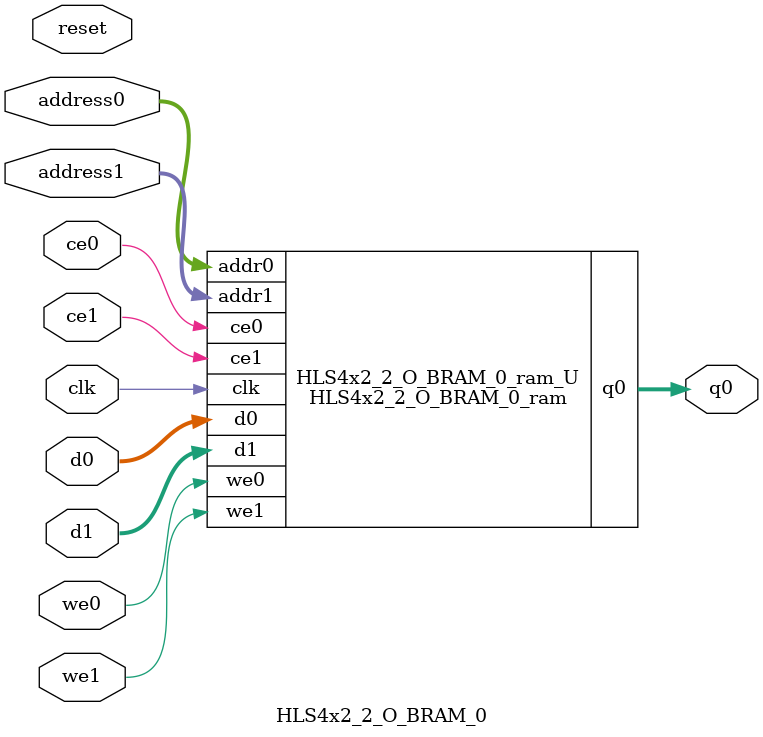
<source format=v>

`timescale 1 ns / 1 ps
module HLS4x2_2_O_BRAM_0_ram (addr0, ce0, d0, we0, q0, addr1, ce1, d1, we1,  clk);

parameter DWIDTH = 16;
parameter AWIDTH = 10;
parameter MEM_SIZE = 729;

input[AWIDTH-1:0] addr0;
input ce0;
input[DWIDTH-1:0] d0;
input we0;
output reg[DWIDTH-1:0] q0;
input[AWIDTH-1:0] addr1;
input ce1;
input[DWIDTH-1:0] d1;
input we1;
input clk;

(* ram_style = "block" *)reg [DWIDTH-1:0] ram[0:MEM_SIZE-1];




always @(posedge clk)  
begin 
    if (ce0) 
    begin
        if (we0) 
        begin 
            ram[addr0] <= d0; 
            q0 <= d0;
        end 
        else 
            q0 <= ram[addr0];
    end
end


always @(posedge clk)  
begin 
    if (ce1) 
    begin
        if (we1) 
        begin 
            ram[addr1] <= d1; 
        end 
    end
end


endmodule


`timescale 1 ns / 1 ps
module HLS4x2_2_O_BRAM_0(
    reset,
    clk,
    address0,
    ce0,
    we0,
    d0,
    q0,
    address1,
    ce1,
    we1,
    d1);

parameter DataWidth = 32'd16;
parameter AddressRange = 32'd729;
parameter AddressWidth = 32'd10;
input reset;
input clk;
input[AddressWidth - 1:0] address0;
input ce0;
input we0;
input[DataWidth - 1:0] d0;
output[DataWidth - 1:0] q0;
input[AddressWidth - 1:0] address1;
input ce1;
input we1;
input[DataWidth - 1:0] d1;



HLS4x2_2_O_BRAM_0_ram HLS4x2_2_O_BRAM_0_ram_U(
    .clk( clk ),
    .addr0( address0 ),
    .ce0( ce0 ),
    .d0( d0 ),
    .we0( we0 ),
    .q0( q0 ),
    .addr1( address1 ),
    .ce1( ce1 ),
    .d1( d1 ),
    .we1( we1 ));

endmodule


</source>
